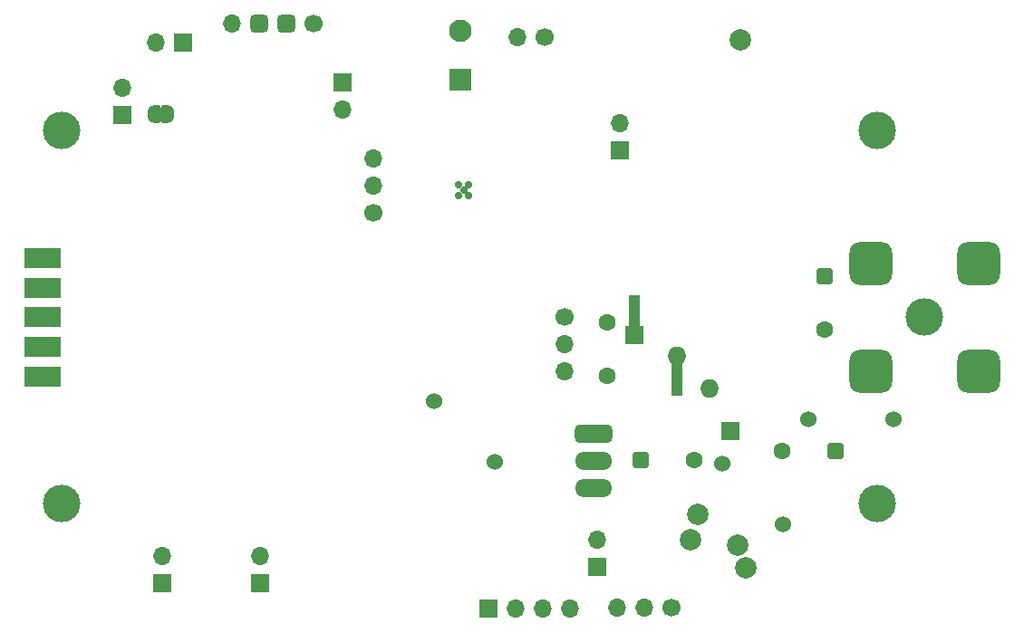
<source format=gbr>
%TF.GenerationSoftware,KiCad,Pcbnew,(6.0.4-0)*%
%TF.CreationDate,2023-06-22T12:51:49-04:00*%
%TF.ProjectId,SignalSlinger,5369676e-616c-4536-9c69-6e6765722e6b,rev?*%
%TF.SameCoordinates,Original*%
%TF.FileFunction,Soldermask,Bot*%
%TF.FilePolarity,Negative*%
%FSLAX46Y46*%
G04 Gerber Fmt 4.6, Leading zero omitted, Abs format (unit mm)*
G04 Created by KiCad (PCBNEW (6.0.4-0)) date 2023-06-22 12:51:49*
%MOMM*%
%LPD*%
G01*
G04 APERTURE LIST*
G04 Aperture macros list*
%AMRoundRect*
0 Rectangle with rounded corners*
0 $1 Rounding radius*
0 $2 $3 $4 $5 $6 $7 $8 $9 X,Y pos of 4 corners*
0 Add a 4 corners polygon primitive as box body*
4,1,4,$2,$3,$4,$5,$6,$7,$8,$9,$2,$3,0*
0 Add four circle primitives for the rounded corners*
1,1,$1+$1,$2,$3*
1,1,$1+$1,$4,$5*
1,1,$1+$1,$6,$7*
1,1,$1+$1,$8,$9*
0 Add four rect primitives between the rounded corners*
20,1,$1+$1,$2,$3,$4,$5,0*
20,1,$1+$1,$4,$5,$6,$7,0*
20,1,$1+$1,$6,$7,$8,$9,0*
20,1,$1+$1,$8,$9,$2,$3,0*%
%AMFreePoly0*
4,1,37,0.549497,0.799497,0.570000,0.750000,0.570000,-0.750000,0.549497,-0.799497,0.500000,-0.820000,0.000000,-0.820000,-0.012517,-0.814815,-0.081224,-0.813556,-0.100815,-0.810383,-0.236130,-0.768108,-0.254045,-0.759563,-0.372055,-0.681008,-0.386850,-0.667780,-0.478070,-0.559261,-0.488558,-0.542411,-0.545653,-0.412652,-0.550990,-0.393536,-0.568573,-0.259076,-0.566360,-0.258787,-0.570000,-0.250000,
-0.570000,0.250000,-0.569316,0.251652,-0.569130,0.266879,-0.547319,0.406956,-0.541516,0.425935,-0.481268,0.554260,-0.470371,0.570849,-0.376527,0.677107,-0.361413,0.689970,-0.241518,0.765618,-0.223401,0.773722,-0.087094,0.812679,-0.067430,0.815373,-0.011989,0.815034,0.000000,0.820000,0.500000,0.820000,0.549497,0.799497,0.549497,0.799497,$1*%
%AMFreePoly1*
4,1,37,0.012348,0.814885,0.074332,0.814507,0.093962,0.811573,0.229783,0.770954,0.247799,0.762629,0.366761,0.685522,0.381718,0.672475,0.474256,0.565078,0.484948,0.548358,0.543625,0.419306,0.549196,0.400256,0.569293,0.259923,0.570000,0.250000,0.570000,-0.250000,0.569995,-0.250854,0.569846,-0.263070,0.568881,-0.273830,0.545361,-0.413631,0.539327,-0.432538,0.477515,-0.560117,
0.466416,-0.576571,0.371281,-0.681675,0.356011,-0.694353,0.235201,-0.768530,0.216986,-0.776412,0.080213,-0.813701,0.060518,-0.816154,0.011456,-0.815255,0.000000,-0.820000,-0.500000,-0.820000,-0.549497,-0.799497,-0.570000,-0.750000,-0.570000,0.750000,-0.549497,0.799497,-0.500000,0.820000,0.000000,0.820000,0.012348,0.814885,0.012348,0.814885,$1*%
G04 Aperture macros list end*
%ADD10R,1.700000X1.700000*%
%ADD11O,1.700000X1.700000*%
%ADD12C,0.720000*%
%ADD13C,1.700000*%
%ADD14C,0.600000*%
%ADD15C,1.524000*%
%ADD16C,2.000000*%
%ADD17C,3.500000*%
%ADD18O,3.500120X1.699260*%
%ADD19RoundRect,0.424815X1.325245X0.424815X-1.325245X0.424815X-1.325245X-0.424815X1.325245X-0.424815X0*%
%ADD20RoundRect,1.000000X-1.000000X1.000000X-1.000000X-1.000000X1.000000X-1.000000X1.000000X1.000000X0*%
%ADD21R,1.727200X1.727200*%
%ADD22R,1.000000X4.000000*%
%ADD23O,1.727200X1.727200*%
%ADD24FreePoly0,180.000000*%
%ADD25FreePoly1,180.000000*%
%ADD26C,1.600000*%
%ADD27RoundRect,0.400000X0.400000X-0.400000X0.400000X0.400000X-0.400000X0.400000X-0.400000X-0.400000X0*%
%ADD28RoundRect,0.400000X-0.400000X-0.400000X0.400000X-0.400000X0.400000X0.400000X-0.400000X0.400000X0*%
%ADD29RoundRect,0.250001X0.799999X-0.799999X0.799999X0.799999X-0.799999X0.799999X-0.799999X-0.799999X0*%
%ADD30C,2.100000*%
%ADD31RoundRect,0.425000X0.425000X-0.425000X0.425000X0.425000X-0.425000X0.425000X-0.425000X-0.425000X0*%
%ADD32R,3.480000X1.846667*%
G04 APERTURE END LIST*
D10*
%TO.C,J104*%
X61270000Y-114320000D03*
D11*
X61270000Y-111780000D03*
%TD*%
D12*
%TO.C,U203*%
X88891000Y-77050000D03*
X88891000Y-78050000D03*
X89391000Y-77550000D03*
X89891000Y-78050000D03*
X89891000Y-77050000D03*
%TD*%
D13*
%TO.C,J302*%
X108820000Y-116600000D03*
D11*
X106280000Y-116600000D03*
X103740000Y-116600000D03*
%TD*%
D10*
%TO.C,J112*%
X57490000Y-70525000D03*
D11*
X57490000Y-67985000D03*
%TD*%
D13*
%TO.C,J202*%
X80950000Y-79635000D03*
D11*
X80950000Y-77095000D03*
X80950000Y-74555000D03*
%TD*%
D13*
%TO.C,J101*%
X96930000Y-63270000D03*
D11*
X94390000Y-63270000D03*
%TD*%
D14*
%TO.C,W101*%
X92270000Y-102910000D03*
D15*
X92270000Y-102910000D03*
X86613146Y-97253146D03*
D14*
X86613146Y-97253146D03*
%TD*%
D16*
%TO.C,J201*%
X115280000Y-63460000D03*
%TD*%
D10*
%TO.C,J103*%
X103955000Y-73790000D03*
D11*
X103955000Y-71250000D03*
%TD*%
D17*
%TO.C,REF\u002A\u002A*%
X51855000Y-71950000D03*
%TD*%
D15*
%TO.C,W302*%
X113540000Y-103130000D03*
D14*
X113540000Y-103130000D03*
X119196854Y-108786854D03*
D15*
X119196854Y-108786854D03*
%TD*%
D14*
%TO.C,W301*%
X121600000Y-98990000D03*
D15*
X121600000Y-98990000D03*
X129600000Y-98990000D03*
D14*
X129600000Y-98990000D03*
%TD*%
D17*
%TO.C,REF\u002A\u002A*%
X128055000Y-71950000D03*
%TD*%
D10*
%TO.C,J108*%
X101890000Y-112775000D03*
D11*
X101890000Y-110235000D03*
%TD*%
D10*
%TO.C,J105*%
X78055000Y-67490000D03*
D11*
X78055000Y-70030000D03*
%TD*%
D10*
%TO.C,J106*%
X70410000Y-114320000D03*
D11*
X70410000Y-111780000D03*
%TD*%
D18*
%TO.C,Q103*%
X101500000Y-105420000D03*
X101500000Y-102880000D03*
D19*
X101500000Y-100340000D03*
%TD*%
D17*
%TO.C,J301*%
X132475000Y-89412500D03*
D20*
X137500000Y-84387500D03*
X127450000Y-84387500D03*
X137500000Y-94437500D03*
X127450000Y-94437500D03*
%TD*%
D10*
%TO.C,J113*%
X63175000Y-63710000D03*
D11*
X60635000Y-63710000D03*
%TD*%
D13*
%TO.C,J109*%
X98870000Y-89415000D03*
D11*
X98870000Y-91955000D03*
X98870000Y-94495000D03*
%TD*%
D10*
%TO.C,TP101*%
X91750000Y-116680000D03*
D11*
X94290000Y-116680000D03*
X96830000Y-116680000D03*
X99370000Y-116680000D03*
%TD*%
D17*
%TO.C,REF\u002A\u002A*%
X128055000Y-106875000D03*
%TD*%
%TO.C,REF\u002A\u002A*%
X51855000Y-106875000D03*
%TD*%
D21*
%TO.C,L302*%
X105327900Y-91085100D03*
D22*
X105360000Y-89270000D03*
D23*
X109353800Y-93028200D03*
D22*
X109310000Y-94820000D03*
%TD*%
D24*
%TO.C,JP101*%
X61760000Y-70420000D03*
D25*
X60460000Y-70420000D03*
%TD*%
D26*
%TO.C,C305*%
X123140000Y-90540000D03*
D27*
X123140000Y-85540000D03*
%TD*%
D28*
%TO.C,C303*%
X105960000Y-102740000D03*
D26*
X110960000Y-102740000D03*
%TD*%
%TO.C,C304*%
X102820000Y-94910000D03*
X102820000Y-89910000D03*
%TD*%
D29*
%TO.C,BT201*%
X89120000Y-67220000D03*
D30*
X89120000Y-62620000D03*
%TD*%
D26*
%TO.C,C302*%
X119160000Y-101950000D03*
D28*
X124160000Y-101950000D03*
%TD*%
D21*
%TO.C,L301*%
X114344900Y-100086750D03*
D23*
X112401800Y-96060850D03*
%TD*%
D16*
%TO.C,L101*%
X111250000Y-107840000D03*
X114990000Y-110730000D03*
X110590000Y-110200000D03*
X115730000Y-112860000D03*
%TD*%
D13*
%TO.C,MOD201*%
X75377500Y-61990000D03*
D31*
X72837500Y-61990000D03*
X70297500Y-61990000D03*
D11*
X67757500Y-61990000D03*
%TD*%
D32*
%TO.C,J107*%
X50102500Y-83872500D03*
X50102500Y-86642500D03*
X50102500Y-89412500D03*
X50102500Y-92182500D03*
X50102500Y-94952500D03*
%TD*%
G36*
X61162121Y-69800002D02*
G01*
X61208614Y-69853658D01*
X61220000Y-69906000D01*
X61220000Y-71004000D01*
X61199998Y-71072121D01*
X61146342Y-71118614D01*
X61094000Y-71130000D01*
X60986000Y-71130000D01*
X60917879Y-71109998D01*
X60871386Y-71056342D01*
X60860000Y-71004000D01*
X60860000Y-69906000D01*
X60880002Y-69837879D01*
X60933658Y-69791386D01*
X60986000Y-69780000D01*
X61094000Y-69780000D01*
X61162121Y-69800002D01*
G37*
M02*

</source>
